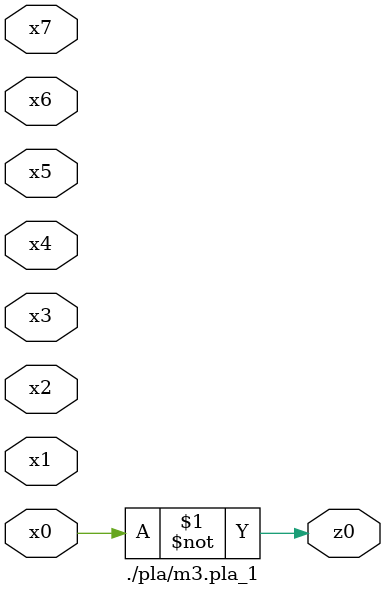
<source format=v>

module \./pla/m3.pla_1  ( 
    x0, x1, x2, x3, x4, x5, x6, x7,
    z0  );
  input  x0, x1, x2, x3, x4, x5, x6, x7;
  output z0;
  assign z0 = ~x0;
endmodule



</source>
